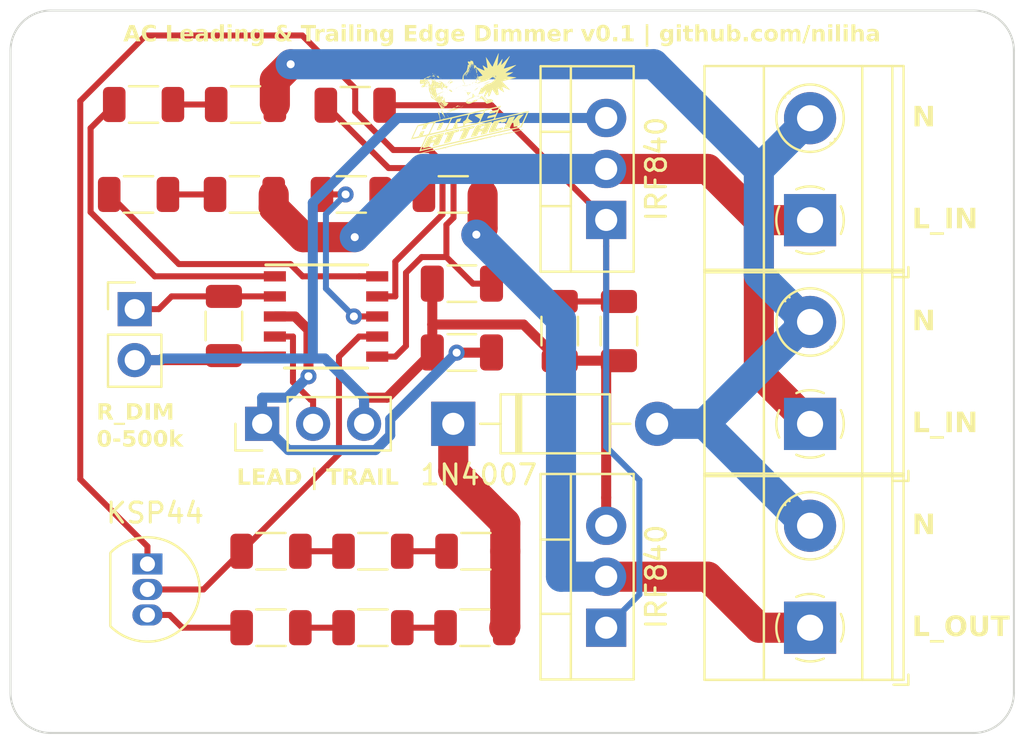
<source format=kicad_pcb>
(kicad_pcb (version 20221018) (generator pcbnew)
  (layers (0 "F.Cu" signal) (31 "B.Cu" signal) (34 "B.Paste" user) (35 "F.Paste" user) (36 "B.SilkS" user "B.Silkscreen") (37 "F.SilkS" user "F.Silkscreen") (38 "B.Mask" user) (39 "F.Mask" user) (44 "Edge.Cuts" user))
  (net 0 "")
  (net 1 "MAINS_NEUTRAL")
  (net 2 "MAINS_LIVE_IN")
  (net 3 "/LP_DIM_1")
  (net 4 "Net-(Q5-C)")
  (net 5 "Net-(U1-OC_Sense1)")
  (net 6 "Net-(U1-ZC_Monitor)")
  (net 7 "Net-(U1-DRV_Gate)")
  (net 8 "Net-(U1-OC_Sense2)")
  (net 9 "VDD")
  (net 10 "GND")
  (net 11 "DIM_CTRL")
  (net 12 "/GATE")
  (net 13 "MAINS_LIVE_OUT")
  (net 14 "/DIM_MODE")
  (net 15 "Net-(R1-Pad2)")
  (net 16 "Net-(R3-Pad1)")
  (net 17 "Net-(R4-Pad1)")
  (net 18 "Net-(R10-Pad2)")
  (net 19 "Net-(R11-Pad1)")
  (net 20 "Net-(R12-Pad2)")
  (net 21 "Net-(R12-Pad1)")
  (net 22 "/MAINS_NEUTRAL_CAT")
  (net 23 "/VS_DIM")
  (footprint "Resistor_SMD:R_1206_3216Metric" (layer "F.Cu") (at 119.38 50.165)
    (fp_text reference "R1" hide)
    (fp_text value "1MR" hide)
    (pad "1" smd roundrect (at -1.4625 0) (size 1.125 1.75) (layers "F.Cu" "F.Paste" "F.Mask") (roundrect_rratio 0.2222222222) (net 5 "Net-(U1-OC_Sense1)"))
    (pad "2" smd roundrect (at 1.4625 0) (size 1.125 1.75) (layers "F.Cu" "F.Paste" "F.Mask") (roundrect_rratio 0.2222222222) (net 15 "Net-(R1-Pad2)"))
  )
  (footprint "Diode_THT:D_DO-41_SOD81_P10.16mm_Horizontal" (layer "F.Cu") (at 135.0625 61.595)
    (fp_text reference "D1" hide)
    (fp_text value "1N4007" (at 1.27 2.54) (layer "F.SilkS"))
    (pad "1" thru_hole rect (at 0 0) (size 2.2 2.2) (drill 1.1) (layers "*.Cu" "*.Mask") (net 22 "/MAINS_NEUTRAL_CAT"))
    (pad "2" thru_hole oval (at 10.16 0) (size 2.2 2.2) (drill 1.1) (layers "*.Cu" "*.Mask") (net 1 "MAINS_NEUTRAL"))
  )
  (footprint "Resistor_SMD:R_1206_3216Metric" (layer "F.Cu") (at 131.06 71.755)
    (fp_text reference "R8" hide)
    (fp_text value "10k" hide)
    (pad "1" smd roundrect (at -1.4625 0) (size 1.125 1.75) (layers "F.Cu" "F.Paste" "F.Mask") (roundrect_rratio 0.2222222222) (net 18 "Net-(R10-Pad2)"))
    (pad "2" smd roundrect (at 1.4625 0) (size 1.125 1.75) (layers "F.Cu" "F.Paste" "F.Mask") (roundrect_rratio 0.2222222222) (net 19 "Net-(R11-Pad1)"))
  )
  (footprint "MountingHole:MountingHole_2.7mm_M2.5_ISO7380" (layer "F.Cu") (at 115 75)
    (fp_text reference "H4" hide)
    (fp_text value "MountingHole" hide)
    (pad "" np_thru_hole circle (at 0 0) (size 2.7 2.7) (drill 2.7) (layers "*.Cu" "*.Mask"))
  )
  (footprint "MountingHole:MountingHole_2.7mm_M2.5_ISO7380" (layer "F.Cu") (at 161 43)
    (fp_text reference "H2" hide)
    (fp_text value "MountingHole" hide)
    (pad "" np_thru_hole circle (at 0 0) (size 2.7 2.7) (drill 2.7) (layers "*.Cu" "*.Mask"))
  )
  (footprint "TerminalBlock_Phoenix:TerminalBlock_Phoenix_MKDS-1,5-2-5.08_1x02_P5.08mm_Horizontal" (layer "F.Cu") (at 152.8425 51.445 90)
    (fp_text reference "J6" hide)
    (fp_text value "Screw_Terminal_01x02" hide)
    (pad "1" thru_hole rect (at 0 0 90) (size 2.6 2.6) (drill 1.3) (layers "*.Cu" "*.Mask") (net 2 "MAINS_LIVE_IN"))
    (pad "2" thru_hole circle (at 5.08 0 90) (size 2.6 2.6) (drill 1.3) (layers "*.Cu" "*.Mask") (net 1 "MAINS_NEUTRAL"))
  )
  (footprint "Capacitor_SMD:C_1206_3216Metric" (layer "F.Cu") (at 135.4925 54.61 180)
    (fp_text reference "C5" hide)
    (fp_text value "4.7uF" hide)
    (pad "1" smd roundrect (at -1.475 0 180) (size 1.15 1.8) (layers "F.Cu" "F.Paste" "F.Mask") (roundrect_rratio 0.2173913043) (net 23 "/VS_DIM"))
    (pad "2" smd roundrect (at 1.475 0 180) (size 1.15 1.8) (layers "F.Cu" "F.Paste" "F.Mask") (roundrect_rratio 0.2173913043) (net 10 "GND"))
  )
  (footprint "Package_TO_SOT_THT:TO-92_Inline" (layer "F.Cu") (at 119.8225 68.58 -90)
    (fp_text reference "Q5" hide)
    (fp_text value "KSP44" (at -2.54 -0.381 -180) (layer "F.SilkS"))
    (pad "1" thru_hole rect (at 0 0 270) (size 1.05 1.5) (drill 0.75) (layers "*.Cu" "*.Mask") (net 23 "/VS_DIM"))
    (pad "2" thru_hole oval (at 1.27 0 270) (size 1.05 1.5) (drill 0.75) (layers "*.Cu" "*.Mask") (net 3 "/LP_DIM_1"))
    (pad "3" thru_hole oval (at 2.54 0 270) (size 1.05 1.5) (drill 0.75) (layers "*.Cu" "*.Mask") (net 4 "Net-(Q5-C)"))
  )
  (footprint "Connector_PinHeader_2.54mm:PinHeader_1x02_P2.54mm_Vertical" (layer "F.Cu") (at 119.1875 55.88)
    (fp_text reference "J3" hide)
    (fp_text value "Conn_01x02_Pin" hide)
    (pad "1" thru_hole rect (at 0 0) (size 1.7 1.7) (drill 1) (layers "*.Cu" "*.Mask") (net 11 "DIM_CTRL"))
    (pad "2" thru_hole oval (at 0 2.54) (size 1.7 1.7) (drill 1) (layers "*.Cu" "*.Mask") (net 10 "GND"))
  )
  (footprint "Resistor_SMD:R_1206_3216Metric" (layer "F.Cu") (at 131.056 67.945)
    (fp_text reference "R12" hide)
    (fp_text value "100k" hide)
    (pad "1" smd roundrect (at -1.4625 0) (size 1.125 1.75) (layers "F.Cu" "F.Paste" "F.Mask") (roundrect_rratio 0.2222222222) (net 21 "Net-(R12-Pad1)"))
    (pad "2" smd roundrect (at 1.4625 0) (size 1.125 1.75) (layers "F.Cu" "F.Paste" "F.Mask") (roundrect_rratio 0.2222222222) (net 20 "Net-(R12-Pad2)"))
  )
  (footprint "MountingHole:MountingHole_2.7mm_M2.5_ISO7380" (layer "F.Cu") (at 115 43)
    (fp_text reference "H1" hide)
    (fp_text value "MountingHole" hide)
    (pad "" np_thru_hole circle (at 0 0) (size 2.7 2.7) (drill 2.7) (layers "*.Cu" "*.Mask"))
  )
  (footprint "Capacitor_SMD:C_1206_3216Metric" (layer "F.Cu") (at 123.6325 56.72 -90)
    (fp_text reference "C2" hide)
    (fp_text value "0.1uF" hide)
    (pad "1" smd roundrect (at -1.475 0 270) (size 1.15 1.8) (layers "F.Cu" "F.Paste" "F.Mask") (roundrect_rratio 0.2173913043) (net 11 "DIM_CTRL"))
    (pad "2" smd roundrect (at 1.475 0 270) (size 1.15 1.8) (layers "F.Cu" "F.Paste" "F.Mask") (roundrect_rratio 0.2173913043) (net 10 "GND"))
  )
  (footprint "TerminalBlock_Phoenix:TerminalBlock_Phoenix_MKDS-1,5-2-5.08_1x02_P5.08mm_Horizontal" (layer "F.Cu") (at 152.8425 61.6 90)
    (fp_text reference "J2" hide)
    (fp_text value "Screw_Terminal_01x02" hide)
    (pad "1" thru_hole rect (at 0 0 90) (size 2.6 2.6) (drill 1.3) (layers "*.Cu" "*.Mask") (net 2 "MAINS_LIVE_IN"))
    (pad "2" thru_hole circle (at 5.08 0 90) (size 2.6 2.6) (drill 1.3) (layers "*.Cu" "*.Mask") (net 1 "MAINS_NEUTRAL"))
  )
  (footprint "Package_TO_SOT_THT:TO-220-3_Vertical" (layer "F.Cu") (at 142.6825 51.435 90)
    (fp_text reference "Q1" hide)
    (fp_text value "IRF840" (at 2.54 2.5 90) (layer "F.SilkS"))
    (pad "1" thru_hole rect (at 0 0 90) (size 1.905 2) (drill 1.1) (layers "*.Cu" "*.Mask") (net 12 "/GATE"))
    (pad "2" thru_hole oval (at 2.54 0 90) (size 1.905 2) (drill 1.1) (layers "*.Cu" "*.Mask") (net 2 "MAINS_LIVE_IN"))
    (pad "3" thru_hole oval (at 5.08 0 90) (size 1.905 2) (drill 1.1) (layers "*.Cu" "*.Mask") (net 10 "GND"))
  )
  (footprint "Resistor_SMD:R_1206_3216Metric" (layer "F.Cu") (at 124.6525 50.165)
    (fp_text reference "R2" hide)
    (fp_text value "1MR" hide)
    (pad "1" smd roundrect (at -1.4625 0) (size 1.125 1.75) (layers "F.Cu" "F.Paste" "F.Mask") (roundrect_rratio 0.2222222222) (net 15 "Net-(R1-Pad2)"))
    (pad "2" smd roundrect (at 1.4625 0) (size 1.125 1.75) (layers "F.Cu" "F.Paste" "F.Mask") (roundrect_rratio 0.2222222222) (net 2 "MAINS_LIVE_IN"))
  )
  (footprint "Resistor_SMD:R_1206_3216Metric" (layer "F.Cu") (at 124.71 45.6828 180)
    (fp_text reference "R6" hide)
    (fp_text value "1MR" hide)
    (pad "1" smd roundrect (at -1.4625 0 180) (size 1.125 1.75) (layers "F.Cu" "F.Paste" "F.Mask") (roundrect_rratio 0.2222222222) (net 1 "MAINS_NEUTRAL"))
    (pad "2" smd roundrect (at 1.4625 0 180) (size 1.125 1.75) (layers "F.Cu" "F.Paste" "F.Mask") (roundrect_rratio 0.2222222222) (net 16 "Net-(R3-Pad1)"))
  )
  (footprint "Capacitor_SMD:C_1206_3216Metric" (layer "F.Cu") (at 135.4925 58.039 180)
    (fp_text reference "C1" hide)
    (fp_text value "0.1uF" hide)
    (pad "1" smd roundrect (at -1.475 0 180) (size 1.15 1.8) (layers "F.Cu" "F.Paste" "F.Mask") (roundrect_rratio 0.2173913043) (net 9 "VDD"))
    (pad "2" smd roundrect (at 1.475 0 180) (size 1.15 1.8) (layers "F.Cu" "F.Paste" "F.Mask") (roundrect_rratio 0.2173913043) (net 10 "GND"))
  )
  (footprint "Package_TO_SOT_THT:TO-220-3_Vertical" (layer "F.Cu") (at 142.6825 71.755 90)
    (fp_text reference "Q3" hide)
    (fp_text value "IRF840" (at 2.54 2.5 90) (layer "F.SilkS"))
    (pad "1" thru_hole rect (at 0 0 90) (size 1.905 2) (drill 1.1) (layers "*.Cu" "*.Mask") (net 12 "/GATE"))
    (pad "2" thru_hole oval (at 2.54 0 90) (size 1.905 2) (drill 1.1) (layers "*.Cu" "*.Mask") (net 13 "MAINS_LIVE_OUT"))
    (pad "3" thru_hole oval (at 5.08 0 90) (size 1.905 2) (drill 1.1) (layers "*.Cu" "*.Mask") (net 10 "GND"))
  )
  (footprint "Resistor_SMD:R_1206_3216Metric" (layer "F.Cu") (at 129.9825 50.165)
    (fp_text reference "R7" hide)
    (fp_text value "1MR" hide)
    (pad "1" smd roundrect (at -1.4625 0) (size 1.125 1.75) (layers "F.Cu" "F.Paste" "F.Mask") (roundrect_rratio 0.2222222222) (net 8 "Net-(U1-OC_Sense2)"))
    (pad "2" smd roundrect (at 1.4625 0) (size 1.125 1.75) (layers "F.Cu" "F.Paste" "F.Mask") (roundrect_rratio 0.2222222222) (net 17 "Net-(R4-Pad1)"))
  )
  (footprint "Resistor_SMD:R_1206_3216Metric" (layer "F.Cu") (at 125.98 71.755)
    (fp_text reference "R10" hide)
    (fp_text value "10k" hide)
    (pad "1" smd roundrect (at -1.4625 0) (size 1.125 1.75) (layers "F.Cu" "F.Paste" "F.Mask") (roundrect_rratio 0.2222222222) (net 4 "Net-(Q5-C)"))
    (pad "2" smd roundrect (at 1.4625 0) (size 1.125 1.75) (layers "F.Cu" "F.Paste" "F.Mask") (roundrect_rratio 0.2222222222) (net 18 "Net-(R10-Pad2)"))
  )
  (footprint "Capacitor_SMD:C_1206_3216Metric" (layer "F.Cu") (at 140.3675 56.974 -90)
    (fp_text reference "C4" hide)
    (fp_text value "10nF" hide)
    (pad "1" smd roundrect (at -1.475 0 270) (size 1.15 1.8) (layers "F.Cu" "F.Paste" "F.Mask") (roundrect_rratio 0.2173913043) (net 12 "/GATE"))
    (pad "2" smd roundrect (at 1.475 0 270) (size 1.15 1.8) (layers "F.Cu" "F.Paste" "F.Mask") (roundrect_rratio 0.2173913043) (net 10 "GND"))
  )
  (footprint "MountingHole:MountingHole_2.7mm_M2.5_ISO7380" (layer "F.Cu") (at 161 75)
    (fp_text reference "H3" hide)
    (fp_text value "MountingHole" hide)
    (pad "" np_thru_hole circle (at 0 0) (size 2.7 2.7) (drill 2.7) (layers "*.Cu" "*.Mask"))
  )
  (footprint "Resistor_SMD:R_1206_3216Metric" (layer "F.Cu") (at 136.14 71.755)
    (fp_text reference "R11" hide)
    (fp_text value "10k" hide)
    (pad "1" smd roundrect (at -1.4625 0) (size 1.125 1.75) (layers "F.Cu" "F.Paste" "F.Mask") (roundrect_rratio 0.2222222222) (net 19 "Net-(R11-Pad1)"))
    (pad "2" smd roundrect (at 1.4625 0) (size 1.125 1.75) (layers "F.Cu" "F.Paste" "F.Mask") (roundrect_rratio 0.2222222222) (net 22 "/MAINS_NEUTRAL_CAT"))
  )
  (footprint "TerminalBlock_Phoenix:TerminalBlock_Phoenix_MKDS-1,5-2-5.08_1x02_P5.08mm_Horizontal" (layer "F.Cu") (at 152.8425 71.755 90)
    (fp_text reference "J1" hide)
    (fp_text value "Screw_Terminal_01x02" hide)
    (pad "1" thru_hole rect (at 0 0 90) (size 2.6 2.6) (drill 1.3) (layers "*.Cu" "*.Mask") (net 13 "MAINS_LIVE_OUT"))
    (pad "2" thru_hole circle (at 5.08 0 90) (size 2.6 2.6) (drill 1.3) (layers "*.Cu" "*.Mask") (net 1 "MAINS_NEUTRAL"))
  )
  (footprint "Package_SO:SSOP-10_3.9x4.9mm_P1.00mm" (layer "F.Cu") (at 128.7225 56.245)
    (fp_text reference "U1" hide)
    (fp_text value "FL5150MX" hide)
    (pad "1" smd rect (at -2.55 -2) (size 1.1 0.51) (layers "F.Cu" "F.Paste" "F.Mask") (net 6 "Net-(U1-ZC_Monitor)"))
    (pad "2" smd rect (at -2.55 -1) (size 1.1 0.51) (layers "F.Cu" "F.Paste" "F.Mask") (net 11 "DIM_CTRL"))
    (pad "3" smd rect (at -2.55 0) (size 1.1 0.51) (layers "F.Cu" "F.Paste" "F.Mask") (net 9 "VDD"))
    (pad "4" smd rect (at -2.55 1) (size 1.1 0.51) (layers "F.Cu" "F.Paste" "F.Mask") (net 14 "/DIM_MODE"))
    (pad "5" smd rect (at -2.55 2) (size 1.1 0.51) (layers "F.Cu" "F.Paste" "F.Mask") (net 10 "GND"))
    (pad "6" smd rect (at 2.55 2) (size 1.1 0.51) (layers "F.Cu" "F.Paste" "F.Mask") (net 23 "/VS_DIM"))
    (pad "7" smd rect (at 2.55 1) (size 1.1 0.51) (layers "F.Cu" "F.Paste" "F.Mask") (net 3 "/LP_DIM_1"))
    (pad "8" smd rect (at 2.55 0) (size 1.1 0.51) (layers "F.Cu" "F.Paste" "F.Mask") (net 8 "Net-(U1-OC_Sense2)"))
    (pad "9" smd rect (at 2.55 -1) (size 1.1 0.51) (layers "F.Cu" "F.Paste" "F.Mask") (net 7 "Net-(U1-DRV_Gate)"))
    (pad "10" smd rect (at 2.55 -2) (size 1.1 0.51) (layers "F.Cu" "F.Paste" "F.Mask") (net 5 "Net-(U1-OC_Sense1)"))
  )
  (footprint "Capacitor_SMD:C_1206_3216Metric" (layer "F.Cu") (at 143.3175 56.974 -90)
    (fp_text reference "C3" hide)
    (fp_text value "10nF" hide)
    (pad "1" smd roundrect (at -1.475 0 270) (size 1.15 1.8) (layers "F.Cu" "F.Paste" "F.Mask") (roundrect_rratio 0.2173913043) (net 12 "/GATE"))
    (pad "2" smd roundrect (at 1.475 0 270) (size 1.15 1.8) (layers "F.Cu" "F.Paste" "F.Mask") (roundrect_rratio 0.2173913043) (net 10 "GND"))
  )
  (footprint "Resistor_SMD:R_1206_3216Metric" (layer "F.Cu") (at 119.63 45.6828 180)
    (fp_text reference "R3" hide)
    (fp_text value "1MR" hide)
    (pad "1" smd roundrect (at -1.4625 0 180) (size 1.125 1.75) (layers "F.Cu" "F.Paste" "F.Mask") (roundrect_rratio 0.2222222222) (net 16 "Net-(R3-Pad1)"))
    (pad "2" smd roundrect (at 1.4625 0 180) (size 1.125 1.75) (layers "F.Cu" "F.Paste" "F.Mask") (roundrect_rratio 0.2222222222) (net 6 "Net-(U1-ZC_Monitor)"))
  )
  (footprint "LOGO" (layer "F.Cu") (at 135.89 45.72)
    (fp_text reference "G***" hide)
    (fp_text value "LOGO" hide)
  )
  (footprint "Resistor_SMD:R_1206_3216Metric" (layer "F.Cu") (at 136.1908 67.945)
    (fp_text reference "R9" hide)
    (fp_text value "100k" hide)
    (pad "1" smd roundrect (at -1.4625 0) (size 1.125 1.75) (layers "F.Cu" "F.Paste" "F.Mask") (roundrect_rratio 0.2222222222) (net 20 "Net-(R12-Pad2)"))
    (pad "2" smd roundrect (at 1.4625 0) (size 1.125 1.75) (layers "F.Cu" "F.Paste" "F.Mask") (roundrect_rratio 0.2222222222) (net 22 "/MAINS_NEUTRAL_CAT"))
  )
  (footprint "Resistor_SMD:R_1206_3216Metric" (layer "F.Cu") (at 130.175 45.72)
    (fp_text reference "R5" hide)
    (fp_text value "1kR" hide)
    (pad "1" smd roundrect (at -1.4625 0) (size 1.125 1.75) (layers "F.Cu" "F.Paste" "F.Mask") (roundrect_rratio 0.2222222222) (net 7 "Net-(U1-DRV_Gate)"))
    (pad "2" smd roundrect (at 1.4625 0) (size 1.125 1.75) (layers "F.Cu" "F.Paste" "F.Mask") (roundrect_rratio 0.2222222222) (net 12 "/GATE"))
  )
  (footprint "Connector_PinHeader_2.54mm:PinHeader_1x03_P2.54mm_Vertical" (layer "F.Cu") (at 125.5375 61.595 90)
    (fp_text reference "JP1" hide)
    (fp_text value "Jumper_3_Open" hide)
    (pad "1" thru_hole rect (at 0 0 90) (size 1.7 1.7) (drill 1) (layers "*.Cu" "*.Mask") (net 9 "VDD"))
    (pad "2" thru_hole oval (at 0 2.54 90) (size 1.7 1.7) (drill 1) (layers "*.Cu" "*.Mask") (net 14 "/DIM_MODE"))
    (pad "3" thru_hole oval (at 0 5.08 90) (size 1.7 1.7) (drill 1) (layers "*.Cu" "*.Mask") (net 10 "GND"))
  )
  (footprint "Resistor_SMD:R_1206_3216Metric" (layer "F.Cu") (at 135.0625 50.165)
    (fp_text reference "R4" hide)
    (fp_text value "1MR" hide)
    (pad "1" smd roundrect (at -1.4625 0) (size 1.125 1.75) (layers "F.Cu" "F.Paste" "F.Mask") (roundrect_rratio 0.2222222222) (net 17 "Net-(R4-Pad1)"))
    (pad "2" smd roundrect (at 1.4625 0) (size 1.125 1.75) (layers "F.Cu" "F.Paste" "F.Mask") (roundrect_rratio 0.2222222222) (net 13 "MAINS_LIVE_OUT"))
  )
  (footprint "Resistor_SMD:R_1206_3216Metric" (layer "F.Cu") (at 125.98 67.945)
    (fp_text reference "R13" hide)
    (fp_text value "100k" hide)
    (pad "1" smd roundrect (at -1.4625 0) (size 1.125 1.75) (layers "F.Cu" "F.Paste" "F.Mask") (roundrect_rratio 0.2222222222) (net 3 "/LP_DIM_1"))
    (pad "2" smd roundrect (at 1.4625 0) (size 1.125 1.75) (layers "F.Cu" "F.Paste" "F.Mask") (roundrect_rratio 0.2222222222) (net 21 "Net-(R12-Pad1)"))
  )
  (gr_arc (start 163 75) (mid 162.414214 76.414214) (end 161 77) (stroke (width 0.1)) (layer "Edge.Cuts"))
  (gr_arc (start 115 77) (mid 113.585786 76.414214) (end 113 75) (stroke (width 0.1)) (layer "Edge.Cuts"))
  (gr_line (start 161 41) (end 115 41) (stroke (width 0.1)) (layer "Edge.Cuts"))
  (gr_line (start 163 43) (end 163 75) (stroke (width 0.1)) (layer "Edge.Cuts"))
  (gr_arc (start 161 41) (mid 162.414214 41.585786) (end 163 43) (stroke (width 0.1)) (layer "Edge.Cuts"))
  (gr_line (start 115 77) (end 161 77) (stroke (width 0.1)) (layer "Edge.Cuts"))
  (gr_line (start 113 43) (end 113 75) (stroke (width 0.1)) (layer "Edge.Cuts"))
  (gr_arc (start 113 43) (mid 113.585786 41.585786) (end 115 41) (stroke (width 0.1)) (layer "Edge.Cuts"))
  (gr_text "N" (at 157.9225 56.515) (layer "F.SilkS") (effects (font (size 1 1) (thickness 0.2) bold) (justify left)))
  (gr_text "AC Leading & Trailing Edge Dimmer v0.1 | github.com/niliha" (at 118.618 42.672) (layer "F.SilkS") (effects (font (size 0.8 0.8) (thickness 0.2) bold) (justify left bottom)))
  (gr_text "L_IN" (at 157.9225 61.595) (layer "F.SilkS") (effects (font (size 1 1) (thickness 0.2) bold) (justify left)))
  (gr_text "L_IN" (at 157.9225 51.435) (layer "F.SilkS") (effects (font (size 1 1) (thickness 0.2) bold) (justify left)))
  (gr_text "N" (at 157.9225 46.355) (layer "F.SilkS") (effects (font (size 1 1) (thickness 0.2) bold) (justify left)))
  (gr_text "L_OUT" (at 157.9225 71.755) (layer "F.SilkS") (effects (font (size 1 1) (thickness 0.2) bold) (justify left)))
  (gr_text "LEAD | TRAIL" (at 124.2675 64.77) (layer "F.SilkS") (effects (font (size 0.8 0.8) (thickness 0.2) bold) (justify left bottom)))
  (gr_text "N" (at 157.9225 66.675) (layer "F.SilkS") (effects (font (size 1 1) (thickness 0.2) bold) (justify left)))
  (gr_text "R_DIM\n0-500k" (at 117.2825 62.865) (layer "F.SilkS") (effects (font (size 0.8 0.8) (thickness 0.2) bold) (justify left bottom)))
  (segment (start 126.1725 45.6828) (end 126.1725 44.464) (width 1.5) (layer "F.Cu") (net 1))
  (segment (start 126.1725 44.464) (end 126.9597 43.6768) (width 1.5) (layer "F.Cu") (net 1))
  (via (at 126.9597 43.6768) (size 1) (drill 0.4) (layers "F.Cu" "B.Cu") (net 1))
  (segment (start 152.6494 56.52) (end 150.2906 54.1612) (width 1.5) (layer "B.Cu") (net 1))
  (segment (start 150.2906 48.9169) (end 152.8425 46.365) (width 1.5) (layer "B.Cu") (net 1))
  (segment (start 150.2906 54.1612) (end 150.2906 48.9169) (width 1.5) (layer "B.Cu") (net 1))
  (segment (start 152.8425 66.675) (end 152.6544 66.675) (width 1.5) (layer "B.Cu") (net 1))
  (segment (start 152.8425 56.52) (end 152.6494 56.52) (width 1.5) (layer "B.Cu") (net 1))
  (segment (start 152.6494 56.52) (end 147.5744 61.595) (width 1.5) (layer "B.Cu") (net 1))
  (segment (start 150.2906 48.9169) (end 145.0505 43.6768) (width 1.5) (layer "B.Cu") (net 1))
  (segment (start 145.2225 61.595) (end 147.5744 61.595) (width 1.5) (layer "B.Cu") (net 1))
  (segment (start 145.0505 43.6768) (end 126.9597 43.6768) (width 1.5) (layer "B.Cu") (net 1))
  (segment (start 152.6544 66.675) (end 147.5744 61.595) (width 1.5) (layer "B.Cu") (net 1))
  (segment (start 152.8425 51.445) (end 150.2906 51.445) (width 1.5) (layer "F.Cu") (net 2))
  (segment (start 147.7406 48.895) (end 142.6825 48.895) (width 1.5) (layer "F.Cu") (net 2))
  (segment (start 152.8425 61.6) (end 150.2906 59.0481) (width 1.5) (layer "F.Cu") (net 2))
  (segment (start 126.115 50.8227) (end 127.5852 52.2929) (width 1.5) (layer "F.Cu") (net 2))
  (segment (start 127.5852 52.2929) (end 130.1532 52.2929) (width 1.5) (layer "F.Cu") (net 2))
  (segment (start 150.2906 51.445) (end 147.7406 48.895) (width 1.5) (layer "F.Cu") (net 2))
  (segment (start 150.2906 59.0481) (end 150.2906 51.445) (width 1.5) (layer "F.Cu") (net 2))
  (segment (start 126.115 50.165) (end 126.115 50.8227) (width 1.5) (layer "F.Cu") (net 2))
  (via (at 130.1532 52.2929) (size 1) (drill 0.4) (layers "F.Cu" "B.Cu") (net 2))
  (segment (start 142.6825 48.895) (end 140.4306 48.895) (width 1.5) (layer "B.Cu") (net 2))
  (segment (start 140.4306 48.895) (end 133.5511 48.895) (width 1.5) (layer "B.Cu") (net 2))
  (segment (start 133.5511 48.895) (end 130.1532 52.2929) (width 1.5) (layer "B.Cu") (net 2))
  (segment (start 119.8225 69.85) (end 122.6125 69.85) (width 0.3) (layer "F.Cu") (net 3))
  (segment (start 129.3673 63.0952) (end 129.3673 58.2483) (width 0.3) (layer "F.Cu") (net 3))
  (segment (start 129.3673 58.2483) (end 130.3706 57.245) (width 0.3) (layer "F.Cu") (net 3))
  (segment (start 131.2725 57.245) (end 130.3706 57.245) (width 0.3) (layer "F.Cu") (net 3))
  (segment (start 122.6125 69.85) (end 124.5175 67.945) (width 0.3) (layer "F.Cu") (net 3))
  (segment (start 124.5175 67.945) (end 129.3673 63.0952) (width 0.3) (layer "F.Cu") (net 3))
  (segment (start 119.8225 71.12) (end 120.9244 71.12) (width 0.3) (layer "F.Cu") (net 4))
  (segment (start 121.5594 71.755) (end 124.5175 71.755) (width 0.3) (layer "F.Cu") (net 4))
  (segment (start 120.9244 71.12) (end 121.5594 71.755) (width 0.3) (layer "F.Cu") (net 4))
  (segment (start 121.3878 53.6353) (end 117.9175 50.165) (width 0.3) (layer "F.Cu") (net 5))
  (segment (start 131.2725 54.245) (end 130.3706 54.245) (width 0.3) (layer "F.Cu") (net 5))
  (segment (start 127.5547 54.245) (end 126.945 53.6353) (width 0.3) (layer "F.Cu") (net 5))
  (segment (start 130.3706 54.245) (end 127.5547 54.245) (width 0.3) (layer "F.Cu") (net 5))
  (segment (start 126.945 53.6353) (end 121.3878 53.6353) (width 0.3) (layer "F.Cu") (net 5))
  (segment (start 116.9895 46.8608) (end 118.1675 45.6828) (width 0.3) (layer "F.Cu") (net 6))
  (segment (start 120.1873 54.245) (end 116.9895 51.0472) (width 0.3) (layer "F.Cu") (net 6))
  (segment (start 116.9895 51.0472) (end 116.9895 46.8608) (width 0.3) (layer "F.Cu") (net 6))
  (segment (start 126.1725 54.245) (end 120.1873 54.245) (width 0.3) (layer "F.Cu") (net 6))
  (segment (start 132.1744 53.512) (end 132.1744 55.245) (width 0.3) (layer "F.Cu") (net 7))
  (segment (start 128.7125 45.72) (end 131.8424 48.8499) (width 0.3) (layer "F.Cu") (net 7))
  (segment (start 131.8424 48.8499) (end 134.0834 48.8499) (width 0.3) (layer "F.Cu") (net 7))
  (segment (start 134.526 49.2925) (end 134.526 51.1604) (width 0.3) (layer "F.Cu") (net 7))
  (segment (start 134.526 51.1604) (end 132.1744 53.512) (width 0.3) (layer "F.Cu") (net 7))
  (segment (start 134.0834 48.8499) (end 134.526 49.2925) (width 0.3) (layer "F.Cu") (net 7))
  (segment (start 131.2725 55.245) (end 132.1744 55.245) (width 0.3) (layer "F.Cu") (net 7))
  (segment (start 131.2725 56.245) (end 130.3706 56.245) (width 0.3) (layer "F.Cu") (net 8))
  (segment (start 128.52 50.165) (end 129.6968 50.165) (width 0.3) (layer "F.Cu") (net 8))
  (segment (start 130.3706 56.245) (end 130.1093 56.245) (width 0.3) (layer "F.Cu") (net 8))
  (via (at 129.6968 50.165) (size 0.8) (drill 0.4) (layers "F.Cu" "B.Cu") (net 8))
  (via (at 130.1093 56.245) (size 0.8) (drill 0.4) (layers "F.Cu" "B.Cu") (net 8))
  (segment (start 128.7169 51.1449) (end 129.6968 50.165) (width 0.3) (layer "B.Cu") (net 8))
  (segment (start 130.1093 56.245) (end 128.7169 54.8526) (width 0.3) (layer "B.Cu") (net 8))
  (segment (start 128.7169 54.8526) (end 128.7169 51.1449) (width 0.3) (layer "B.Cu") (net 8))
  (segment (start 136.9573 58.0492) (end 136.9675 58.039) (width 0.5) (layer "F.Cu") (net 9))
  (segment (start 126.1725 56.245) (end 127.1744 56.245) (width 0.5) (layer "F.Cu") (net 9))
  (segment (start 127.1744 56.245) (end 127.8475 56.9181) (width 0.5) (layer "F.Cu") (net 9))
  (segment (start 127.8475 56.9181) (end 127.8475 59.226) (width 0.5) (layer "F.Cu") (net 9))
  (segment (start 135.2303 58.0492) (end 136.9573 58.0492) (width 0.5) (layer "F.Cu") (net 9))
  (via (at 127.8475 59.226) (size 0.8) (drill 0.4) (layers "F.Cu" "B.Cu") (net 9))
  (via (at 135.2303 58.0492) (size 0.8) (drill 0.4) (layers "F.Cu" "B.Cu") (net 9))
  (segment (start 125.5375 61.1199) (end 125.5375 60.2931) (width 0.5) (layer "B.Cu") (net 9))
  (segment (start 131.9194 62.1643) (end 131.9194 61.3601) (width 0.5) (layer "B.Cu") (net 9))
  (segment (start 126.7804 60.2931) (end 127.8475 59.226) (width 0.5) (layer "B.Cu") (net 9))
  (segment (start 131.9194 61.3601) (end 135.2303 58.0492) (width 0.5) (layer "B.Cu") (net 9))
  (segment (start 126.8456 62.9031) (end 131.1806 62.9031) (width 0.5) (layer "B.Cu") (net 9))
  (segment (start 131.1806 62.9031) (end 131.9194 62.1643) (width 0.5) (layer "B.Cu") (net 9))
  (segment (start 125.5375 61.595) (end 126.8456 62.9031) (width 0.5) (layer "B.Cu") (net 9))
  (segment (start 125.5375 61.1199) (end 125.5375 61.595) (width 0.5) (layer "B.Cu") (net 9))
  (segment (start 125.5375 60.2931) (end 126.7804 60.2931) (width 0.5) (layer "B.Cu") (net 9))
  (segment (start 130.6175 60.2931) (end 131.7634 60.2931) (width 0.5) (layer "F.Cu") (net 10))
  (segment (start 126.1725 58.245) (end 125.1706 58.245) (width 0.5) (layer "F.Cu") (net 10))
  (segment (start 123.6325 58.245) (end 123.6325 58.195) (width 0.5) (layer "F.Cu") (net 10))
  (segment (start 142.6825 58.449) (end 140.3675 58.449) (width 0.5) (layer "F.Cu") (net 10))
  (segment (start 123.4575 58.42) (end 123.6325 58.245) (width 0.5) (layer "F.Cu") (net 10))
  (segment (start 131.7634 60.2931) (end 134.0175 58.039) (width 0.5) (layer "F.Cu") (net 10))
  (segment (start 142.6825 66.675) (end 142.6825 65.2706) (width 0.5) (layer "F.Cu") (net 10))
  (segment (start 134.0175 56.646) (end 134.0175 54.61) (width 0.5) (layer "F.Cu") (net 10))
  (segment (start 123.6325 58.245) (end 125.1706 58.245) (width 0.5) (layer "F.Cu") (net 10))
  (segment (start 143.3175 58.449) (end 142.6825 58.449) (width 0.5) (layer "F.Cu") (net 10))
  (segment (start 142.6825 58.449) (end 142.6825 65.2706) (width 0.5) (layer "F.Cu") (net 10))
  (segment (start 138.5645 56.646) (end 140.3675 58.449) (width 0.5) (layer "F.Cu") (net 10))
  (segment (start 134.0175 58.039) (end 134.0175 56.646) (width 0.5) (layer "F.Cu") (net 10))
  (segment (start 130.6175 61.595) (end 130.6175 60.2931) (width 0.5) (layer "F.Cu") (net 10))
  (segment (start 119.1875 58.42) (end 123.4575 58.42) (width 0.5) (layer "F.Cu") (net 10))
  (segment (start 134.0175 56.646) (end 138.5645 56.646) (width 0.5) (layer "F.Cu") (net 10))
  (segment (start 128.0636 58.3384) (end 128.0636 50.5787) (width 0.5) (layer "B.Cu") (net 10))
  (segment (start 120.571 58.3384) (end 120.4894 58.42) (width 0.5) (layer "B.Cu") (net 10))
  (segment (start 119.1875 58.42) (end 120.4894 58.42) (width 0.5) (layer "B.Cu") (net 10))
  (segment (start 128.0636 58.3384) (end 120.571 58.3384) (width 0.5) (layer "B.Cu") (net 10))
  (segment (start 130.6175 60.2931) (end 128.6628 58.3384) (width 0.5) (layer "B.Cu") (net 10))
  (segment (start 128.6628 58.3384) (end 128.0636 58.3384) (width 0.5) (layer "B.Cu") (net 10))
  (segment (start 128.0636 50.5787) (end 132.2873 46.355) (width 0.5) (layer "B.Cu") (net 10))
  (segment (start 132.2873 46.355) (end 142.6825 46.355) (width 0.5) (layer "B.Cu") (net 10))
  (segment (start 130.6175 61.595) (end 130.6175 60.2931) (width 0.5) (layer "B.Cu") (net 10))
  (segment (start 121.0244 55.245) (end 123.6325 55.245) (width 0.3) (layer "F.Cu") (net 11))
  (segment (start 126.1725 55.245) (end 123.6325 55.245) (width 0.3) (layer "F.Cu") (net 11))
  (segment (start 120.3894 55.88) (end 121.0244 55.245) (width 0.3) (layer "F.Cu") (net 11))
  (segment (start 119.1875 55.88) (end 120.3894 55.88) (width 0.3) (layer "F.Cu") (net 11))
  (segment (start 136.9675 45.72) (end 142.6825 51.435) (width 0.3) (layer "F.Cu") (net 12))
  (segment (start 142.6825 55.499) (end 142.6825 52.7394) (width 0.3) (layer "F.Cu") (net 12))
  (segment (start 142.6825 51.435) (end 142.6825 52.7394) (width 0.3) (layer "F.Cu") (net 12))
  (segment (start 142.6825 55.499) (end 140.3675 55.499) (width 0.3) (layer "F.Cu") (net 12))
  (segment (start 143.3175 55.499) (end 142.6825 55.499) (width 0.3) (layer "F.Cu") (net 12))
  (segment (start 131.6375 45.72) (end 136.9675 45.72) (width 0.3) (layer "F.Cu") (net 12))
  (segment (start 142.6825 51.435) (end 142.6825 62.7449) (width 0.3) (layer "B.Cu") (net 12))
  (segment (start 144.3358 70.1017) (end 142.6825 71.755) (width 0.3) (layer "B.Cu") (net 12))
  (segment (start 142.6825 62.7449) (end 144.3358 64.3982) (width 0.3) (layer "B.Cu") (net 12))
  (segment (start 144.3358 64.3982) (end 144.3358 70.1017) (width 0.3) (layer "B.Cu") (net 12))
  (segment (start 152.8425 71.755) (end 150.2906 71.755) (width 1.5) (layer "F.Cu") (net 13))
  (segment (start 136.525 51.8536) (end 136.525 50.165) (width 1.5) (layer "F.Cu") (net 13))
  (segment (start 136.2116 52.167) (end 136.525 51.8536) (width 1.5) (layer "F.Cu") (net 13))
  (segment (start 147.7506 69.215) (end 142.6825 69.215) (width 1.5) (layer "F.Cu") (net 13))
  (segment (start 150.2906 71.755) (end 147.7506 69.215) (width 1.5) (layer "F.Cu") (net 13))
  (via (at 136.2116 52.167) (size 1) (drill 0.4) (layers "F.Cu" "B.Cu") (net 13))
  (segment (start 140.4306 56.386) (end 136.2116 52.167) (width 1.5) (layer "B.Cu") (net 13))
  (segment (start 140.4306 69.215) (end 140.4306 56.386) (width 1.5) (layer "B.Cu") (net 13))
  (segment (start 142.6825 69.215) (end 140.4306 69.215) (width 1.5) (layer "B.Cu") (net 13))
  (segment (start 127.0744 57.245) (end 127.0744 59.5161) (width 0.3) (layer "F.Cu") (net 14))
  (segment (start 127.9514 60.3931) (end 128.0775 60.3931) (width 0.3) (layer "F.Cu") (net 14))
  (segment (start 126.1725 57.245) (end 127.0744 57.245) (width 0.3) (layer "F.Cu") (net 14))
  (segment (start 128.0775 61.595) (end 128.0775 60.3931) (width 0.3) (layer "F.Cu") (net 14))
  (segment (start 127.0744 59.5161) (end 127.9514 60.3931) (width 0.3) (layer "F.Cu") (net 14))
  (segment (start 120.8425 50.165) (end 123.19 50.165) (width 0.3) (layer "F.Cu") (net 15))
  (segment (start 121.0925 45.6828) (end 123.2475 45.6828) (width 0.3) (layer "F.Cu") (net 16))
  (segment (start 131.445 50.165) (end 133.6 50.165) (width 0.3) (layer "F.Cu") (net 17))
  (segment (start 129.5975 71.755) (end 127.4425 71.755) (width 0.3) (layer "F.Cu") (net 18))
  (segment (start 134.6775 71.755) (end 132.5225 71.755) (width 0.3) (layer "F.Cu") (net 19))
  (segment (start 134.7283 67.945) (end 132.5185 67.945) (width 0.3) (layer "F.Cu") (net 20))
  (segment (start 129.5935 67.945) (end 127.4425 67.945) (width 0.3) (layer "F.Cu") (net 21))
  (segment (start 135.0625 61.595) (end 135.0625 63.9469) (width 1.5) (layer "F.Cu") (net 22))
  (segment (start 137.6025 71.755) (end 137.6533 71.7042) (width 1.5) (layer "F.Cu") (net 22))
  (segment (start 137.6533 71.7042) (end 137.6533 67.945) (width 1.5) (layer "F.Cu") (net 22))
  (segment (start 137.6533 67.945) (end 137.6533 66.5377) (width 1.5) (layer "F.Cu") (net 22))
  (segment (start 137.6533 66.5377) (end 135.0625 63.9469) (width 1.5) (layer "F.Cu") (net 22))
  (segment (start 132.706 57.7134) (end 132.706 54.067) (width 0.3) (layer "F.Cu") (net 23))
  (segment (start 136.0451 54.61) (end 136.9675 54.61) (width 0.3) (layer "F.Cu") (net 23))
  (segment (start 134.7201 53.285) (end 136.0451 54.61) (width 0.3) (layer "F.Cu") (net 23))
  (segment (start 135.0754 51.3207) (end 134.7201 51.676) (width 0.3) (layer "F.Cu") (net 23))
  (segment (start 119.8225 68.58) (end 119.8225 67.7031) (width 0.3) (layer "F.Cu") (net 23))
  (segment (start 135.0754 49.1302) (end 135.0754 51.3207) (width 0.3) (layer "F.Cu") (net 23))
  (segment (start 116.475 64.3556) (end 116.475 45.5067) (width 0.3) (layer "F.Cu") (net 23))
  (segment (start 132.1744 58.245) (end 132.706 57.7134) (width 0.3) (layer "F.Cu") (net 23))
  (segment (start 131.2725 58.245) (end 132.1744 58.245) (width 0.3) (layer "F.Cu") (net 23))
  (segment (start 116.475 45.5067) (end 119.7394 42.2423) (width 0.3) (layer "F.Cu") (net 23))
  (segment (start 130.175 46.0475) (end 132.0792 47.9517) (width 0.3) (layer "F.Cu") (net 23))
  (segment (start 127.5376 42.2423) (end 130.175 44.8797) (width 0.3) (layer "F.Cu") (net 23))
  (segment (start 133.488 53.285) (end 134.7201 53.285) (width 0.3) (layer "F.Cu") (net 23))
  (segment (start 132.0792 47.9517) (end 133.8969 47.9517) (width 0.3) (layer "F.Cu") (net 23))
  (segment (start 134.7201 51.676) (end 134.7201 53.285) (width 0.3) (layer "F.Cu") (net 23))
  (segment (start 130.175 44.8797) (end 130.175 46.0475) (width 0.3) (layer "F.Cu") (net 23))
  (segment (start 133.8969 47.9517) (end 135.0754 49.1302) (width 0.3) (layer "F.Cu") (net 23))
  (segment (start 132.706 54.067) (end 133.488 53.285) (width 0.3) (layer "F.Cu") (net 23))
  (segment (start 119.8225 67.7031) (end 116.475 64.3556) (width 0.3) (layer "F.Cu") (net 23))
  (segment (start 119.7394 42.2423) (end 127.5376 42.2423) (width 0.3) (layer "F.Cu") (net 23))
)
</source>
